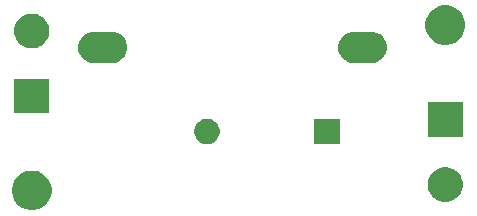
<source format=gts>
G04 #@! TF.GenerationSoftware,KiCad,Pcbnew,5.0.0-rc2*
G04 #@! TF.CreationDate,2019-06-24T22:20:35-04:00*
G04 #@! TF.ProjectId,pcb,7063622E6B696361645F706362000000,rev?*
G04 #@! TF.SameCoordinates,Original*
G04 #@! TF.FileFunction,Soldermask,Top*
G04 #@! TF.FilePolarity,Negative*
%FSLAX46Y46*%
G04 Gerber Fmt 4.6, Leading zero omitted, Abs format (unit mm)*
G04 Created by KiCad (PCBNEW 5.0.0-rc2) date Mon Jun 24 22:20:35 2019*
%MOMM*%
%LPD*%
G01*
G04 APERTURE LIST*
%ADD10C,0.100000*%
G04 APERTURE END LIST*
D10*
G36*
X112488931Y-94388216D02*
X112793976Y-94514570D01*
X112793978Y-94514571D01*
X113068515Y-94698011D01*
X113301989Y-94931485D01*
X113394146Y-95069407D01*
X113485430Y-95206024D01*
X113611784Y-95511069D01*
X113676200Y-95834909D01*
X113676200Y-96165091D01*
X113611784Y-96488931D01*
X113485430Y-96793976D01*
X113485429Y-96793978D01*
X113301989Y-97068515D01*
X113068515Y-97301989D01*
X112793978Y-97485429D01*
X112793977Y-97485430D01*
X112793976Y-97485430D01*
X112488931Y-97611784D01*
X112165091Y-97676200D01*
X111834909Y-97676200D01*
X111511069Y-97611784D01*
X111206024Y-97485430D01*
X111206023Y-97485430D01*
X111206022Y-97485429D01*
X110931485Y-97301989D01*
X110698011Y-97068515D01*
X110514571Y-96793978D01*
X110514570Y-96793976D01*
X110388216Y-96488931D01*
X110323800Y-96165091D01*
X110323800Y-95834909D01*
X110388216Y-95511069D01*
X110514570Y-95206024D01*
X110605855Y-95069407D01*
X110698011Y-94931485D01*
X110931485Y-94698011D01*
X111206022Y-94514571D01*
X111206024Y-94514570D01*
X111511069Y-94388216D01*
X111834909Y-94323800D01*
X112165091Y-94323800D01*
X112488931Y-94388216D01*
X112488931Y-94388216D01*
G37*
G36*
X147430593Y-94080529D02*
X147699241Y-94191807D01*
X147699243Y-94191808D01*
X147896783Y-94323800D01*
X147941024Y-94353361D01*
X148146639Y-94558976D01*
X148308193Y-94800759D01*
X148362342Y-94931485D01*
X148419471Y-95069408D01*
X148476200Y-95354607D01*
X148476200Y-95645393D01*
X148419471Y-95930592D01*
X148308192Y-96199243D01*
X148146640Y-96441023D01*
X147941023Y-96646640D01*
X147699243Y-96808192D01*
X147699242Y-96808193D01*
X147699241Y-96808193D01*
X147430593Y-96919471D01*
X147145393Y-96976200D01*
X146854607Y-96976200D01*
X146569407Y-96919471D01*
X146300759Y-96808193D01*
X146300758Y-96808193D01*
X146300757Y-96808192D01*
X146058977Y-96646640D01*
X145853360Y-96441023D01*
X145691808Y-96199243D01*
X145580529Y-95930592D01*
X145523800Y-95645393D01*
X145523800Y-95354607D01*
X145580529Y-95069408D01*
X145637659Y-94931485D01*
X145691807Y-94800759D01*
X145853361Y-94558976D01*
X146058976Y-94353361D01*
X146103217Y-94323800D01*
X146300757Y-94191808D01*
X146300759Y-94191807D01*
X146569407Y-94080529D01*
X146854607Y-94023800D01*
X147145393Y-94023800D01*
X147430593Y-94080529D01*
X147430593Y-94080529D01*
G37*
G36*
X127153769Y-89968188D02*
X127349528Y-90049274D01*
X127525714Y-90166998D01*
X127675542Y-90316826D01*
X127793266Y-90493012D01*
X127874352Y-90688771D01*
X127915690Y-90896594D01*
X127915690Y-91108486D01*
X127874352Y-91316309D01*
X127793266Y-91512068D01*
X127675542Y-91688254D01*
X127525714Y-91838082D01*
X127349528Y-91955806D01*
X127153769Y-92036892D01*
X126945946Y-92078230D01*
X126734054Y-92078230D01*
X126526231Y-92036892D01*
X126330472Y-91955806D01*
X126154286Y-91838082D01*
X126004458Y-91688254D01*
X125886734Y-91512068D01*
X125805648Y-91316309D01*
X125764310Y-91108486D01*
X125764310Y-90896594D01*
X125805648Y-90688771D01*
X125886734Y-90493012D01*
X126004458Y-90316826D01*
X126154286Y-90166998D01*
X126330472Y-90049274D01*
X126526231Y-89968188D01*
X126734054Y-89926850D01*
X126945946Y-89926850D01*
X127153769Y-89968188D01*
X127153769Y-89968188D01*
G37*
G36*
X138075690Y-92078230D02*
X135924310Y-92078230D01*
X135924310Y-89926850D01*
X138075690Y-89926850D01*
X138075690Y-92078230D01*
X138075690Y-92078230D01*
G37*
G36*
X148476200Y-91476200D02*
X145523800Y-91476200D01*
X145523800Y-88523800D01*
X148476200Y-88523800D01*
X148476200Y-91476200D01*
X148476200Y-91476200D01*
G37*
G36*
X113476200Y-89476200D02*
X110523800Y-89476200D01*
X110523800Y-86523800D01*
X113476200Y-86523800D01*
X113476200Y-89476200D01*
X113476200Y-89476200D01*
G37*
G36*
X141016214Y-82574804D02*
X141016217Y-82574805D01*
X141016218Y-82574805D01*
X141248916Y-82645393D01*
X141266147Y-82650620D01*
X141496485Y-82773738D01*
X141698375Y-82939425D01*
X141864062Y-83141315D01*
X141864063Y-83141317D01*
X141987180Y-83371653D01*
X142021694Y-83485429D01*
X142062996Y-83621586D01*
X142088596Y-83881500D01*
X142062996Y-84141414D01*
X141987180Y-84391347D01*
X141864062Y-84621685D01*
X141698375Y-84823575D01*
X141496485Y-84989262D01*
X141496483Y-84989263D01*
X141266147Y-85112380D01*
X141016218Y-85188195D01*
X141016217Y-85188195D01*
X141016214Y-85188196D01*
X140821437Y-85207380D01*
X139190023Y-85207380D01*
X138995246Y-85188196D01*
X138995243Y-85188195D01*
X138995242Y-85188195D01*
X138745313Y-85112380D01*
X138514977Y-84989263D01*
X138514975Y-84989262D01*
X138313085Y-84823575D01*
X138147398Y-84621685D01*
X138024280Y-84391347D01*
X137948464Y-84141414D01*
X137922864Y-83881500D01*
X137948464Y-83621586D01*
X137989767Y-83485429D01*
X138024280Y-83371653D01*
X138147397Y-83141317D01*
X138147398Y-83141315D01*
X138313085Y-82939425D01*
X138514975Y-82773738D01*
X138745313Y-82650620D01*
X138762544Y-82645393D01*
X138995242Y-82574805D01*
X138995243Y-82574805D01*
X138995246Y-82574804D01*
X139190023Y-82555620D01*
X140821437Y-82555620D01*
X141016214Y-82574804D01*
X141016214Y-82574804D01*
G37*
G36*
X119014734Y-82574804D02*
X119014737Y-82574805D01*
X119014738Y-82574805D01*
X119247436Y-82645393D01*
X119264667Y-82650620D01*
X119495005Y-82773738D01*
X119696895Y-82939425D01*
X119862582Y-83141315D01*
X119862583Y-83141317D01*
X119985700Y-83371653D01*
X120020214Y-83485429D01*
X120061516Y-83621586D01*
X120087116Y-83881500D01*
X120061516Y-84141414D01*
X119985700Y-84391347D01*
X119862582Y-84621685D01*
X119696895Y-84823575D01*
X119495005Y-84989262D01*
X119495003Y-84989263D01*
X119264667Y-85112380D01*
X119014738Y-85188195D01*
X119014737Y-85188195D01*
X119014734Y-85188196D01*
X118819957Y-85207380D01*
X117188543Y-85207380D01*
X116993766Y-85188196D01*
X116993763Y-85188195D01*
X116993762Y-85188195D01*
X116743833Y-85112380D01*
X116513497Y-84989263D01*
X116513495Y-84989262D01*
X116311605Y-84823575D01*
X116145918Y-84621685D01*
X116022800Y-84391347D01*
X115946984Y-84141414D01*
X115921384Y-83881500D01*
X115946984Y-83621586D01*
X115988287Y-83485429D01*
X116022800Y-83371653D01*
X116145917Y-83141317D01*
X116145918Y-83141315D01*
X116311605Y-82939425D01*
X116513495Y-82773738D01*
X116743833Y-82650620D01*
X116761064Y-82645393D01*
X116993762Y-82574805D01*
X116993763Y-82574805D01*
X116993766Y-82574804D01*
X117188543Y-82555620D01*
X118819957Y-82555620D01*
X119014734Y-82574804D01*
X119014734Y-82574804D01*
G37*
G36*
X112430593Y-81080529D02*
X112699241Y-81191807D01*
X112699243Y-81191808D01*
X112941023Y-81353360D01*
X113146639Y-81558976D01*
X113308193Y-81800759D01*
X113419471Y-82069407D01*
X113476200Y-82354607D01*
X113476200Y-82645393D01*
X113419471Y-82930593D01*
X113362341Y-83068516D01*
X113308192Y-83199243D01*
X113146640Y-83441023D01*
X112941023Y-83646640D01*
X112699243Y-83808192D01*
X112699242Y-83808193D01*
X112699241Y-83808193D01*
X112430593Y-83919471D01*
X112145393Y-83976200D01*
X111854607Y-83976200D01*
X111569407Y-83919471D01*
X111300759Y-83808193D01*
X111300758Y-83808193D01*
X111300757Y-83808192D01*
X111058977Y-83646640D01*
X110853360Y-83441023D01*
X110691808Y-83199243D01*
X110637659Y-83068516D01*
X110580529Y-82930593D01*
X110523800Y-82645393D01*
X110523800Y-82354607D01*
X110580529Y-82069407D01*
X110691807Y-81800759D01*
X110853361Y-81558976D01*
X111058977Y-81353360D01*
X111300757Y-81191808D01*
X111300759Y-81191807D01*
X111569407Y-81080529D01*
X111854607Y-81023800D01*
X112145393Y-81023800D01*
X112430593Y-81080529D01*
X112430593Y-81080529D01*
G37*
G36*
X147488931Y-80388216D02*
X147793976Y-80514570D01*
X147793978Y-80514571D01*
X148068515Y-80698011D01*
X148301989Y-80931485D01*
X148475931Y-81191807D01*
X148485430Y-81206024D01*
X148611784Y-81511069D01*
X148676200Y-81834909D01*
X148676200Y-82165091D01*
X148611784Y-82488931D01*
X148546975Y-82645393D01*
X148485429Y-82793978D01*
X148301989Y-83068515D01*
X148068515Y-83301989D01*
X147793978Y-83485429D01*
X147793977Y-83485430D01*
X147793976Y-83485430D01*
X147488931Y-83611784D01*
X147165091Y-83676200D01*
X146834909Y-83676200D01*
X146511069Y-83611784D01*
X146206024Y-83485430D01*
X146206023Y-83485430D01*
X146206022Y-83485429D01*
X145931485Y-83301989D01*
X145698011Y-83068515D01*
X145514571Y-82793978D01*
X145453025Y-82645393D01*
X145388216Y-82488931D01*
X145323800Y-82165091D01*
X145323800Y-81834909D01*
X145388216Y-81511069D01*
X145514570Y-81206024D01*
X145524070Y-81191807D01*
X145698011Y-80931485D01*
X145931485Y-80698011D01*
X146206022Y-80514571D01*
X146206024Y-80514570D01*
X146511069Y-80388216D01*
X146834909Y-80323800D01*
X147165091Y-80323800D01*
X147488931Y-80388216D01*
X147488931Y-80388216D01*
G37*
M02*

</source>
